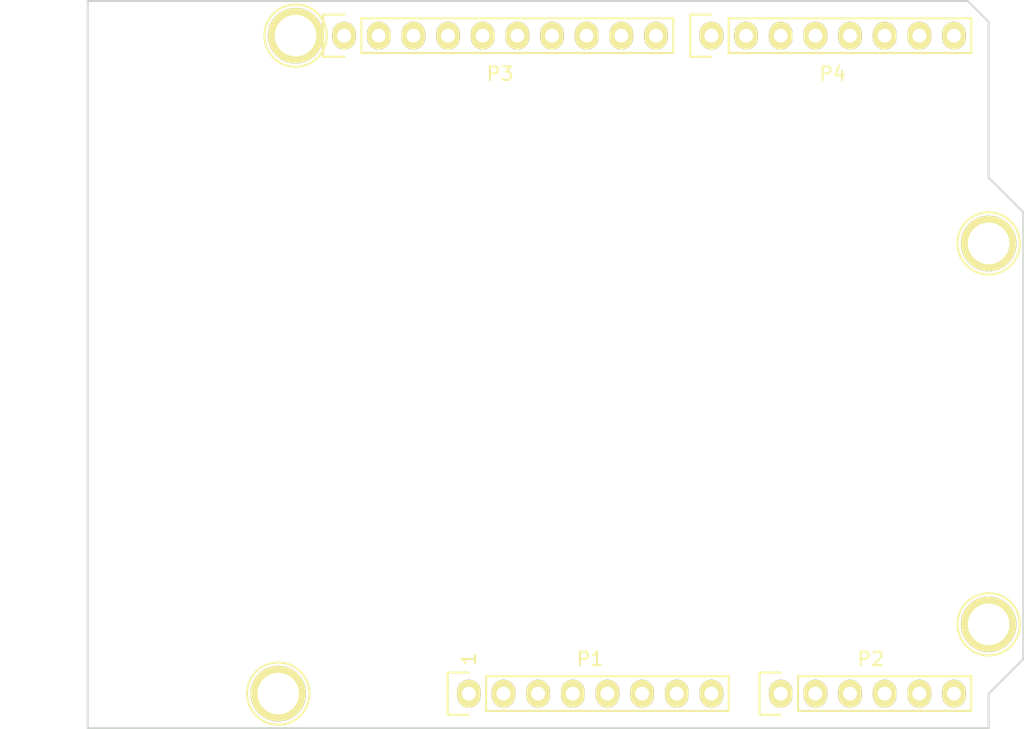
<source format=kicad_pcb>
(kicad_pcb (version 20221018) (generator pcbnew)
  (title_block (date "lun. 30 mars 2015"))
  (layers (0 "F.Cu" signal) (31 "B.Cu" signal) (34 "B.Paste" user) (35 "F.Paste" user) (36 "B.SilkS" user "B.Silkscreen") (37 "F.SilkS" user "F.Silkscreen") (38 "B.Mask" user) (39 "F.Mask" user) (44 "Edge.Cuts" user))
  (net 0 "")
  (net 1 "/IOREF")
  (net 2 "/Reset")
  (net 3 "+5V")
  (net 4 "GND")
  (net 5 "/Vin")
  (net 6 "/A0")
  (net 7 "/A1")
  (net 8 "/A2")
  (net 9 "/A3")
  (net 10 "/AREF")
  (net 11 "/A4(SDA)")
  (net 12 "/A5(SCL)")
  (net 13 "/9(**)")
  (net 14 "/8")
  (net 15 "/7")
  (net 16 "/6(**)")
  (net 17 "/5(**)")
  (net 18 "/4")
  (net 19 "/3(**)")
  (net 20 "/2")
  (net 21 "/1(Tx)")
  (net 22 "/0(Rx)")
  (net 23 "Net-(P5-Pad1)")
  (net 24 "Net-(P6-Pad1)")
  (net 25 "Net-(P7-Pad1)")
  (net 26 "Net-(P8-Pad1)")
  (net 27 "/13(SCK)")
  (net 28 "/10(**/SS)")
  (net 29 "Net-(P1-Pad1)")
  (net 30 "+3V3")
  (net 31 "/12(MISO)")
  (net 32 "/11(**/MOSI)")
  (footprint "Socket_Arduino_Uno:Socket_Strip_Arduino_1x08" (layer "F.Cu") (at 138.938 123.825)
    (fp_text reference "P1" (at 8.89 -2.54) (layer "F.SilkS"))
    (fp_text value "Power")
    (fp_line (start -1.55 -1.55) (end -1.55 1.55) (stroke (width 0.15)) (layer "F.SilkS"))
    (fp_line (start -1.55 1.55) (end 0 1.55) (stroke (width 0.15)) (layer "F.SilkS"))
    (fp_line (start 0 -1.55) (end -1.55 -1.55) (stroke (width 0.15)) (layer "F.SilkS"))
    (fp_line (start 1.27 1.27) (end 1.27 -1.27) (stroke (width 0.15)) (layer "F.SilkS"))
    (fp_line (start 1.27 1.27) (end 19.05 1.27) (stroke (width 0.15)) (layer "F.SilkS"))
    (fp_line (start 19.05 -1.27) (end 1.27 -1.27) (stroke (width 0.15)) (layer "F.SilkS"))
    (fp_line (start 19.05 1.27) (end 19.05 -1.27) (stroke (width 0.15)) (layer "F.SilkS"))
    (pad "1" thru_hole oval locked (at 0 0) (size 1.7272 2.032) (drill 1.016) (layers "*.Cu" "*.Mask" "F.SilkS") (net 29 "Net-(P1-Pad1)"))
    (pad "2" thru_hole oval locked (at 2.54 0) (size 1.7272 2.032) (drill 1.016) (layers "*.Cu" "*.Mask" "F.SilkS") (net 1 "/IOREF"))
    (pad "3" thru_hole oval locked (at 5.08 0) (size 1.7272 2.032) (drill 1.016) (layers "*.Cu" "*.Mask" "F.SilkS") (net 2 "/Reset"))
    (pad "4" thru_hole oval locked (at 7.62 0) (size 1.7272 2.032) (drill 1.016) (layers "*.Cu" "*.Mask" "F.SilkS") (net 30 "+3V3"))
    (pad "5" thru_hole oval locked (at 10.16 0) (size 1.7272 2.032) (drill 1.016) (layers "*.Cu" "*.Mask" "F.SilkS") (net 3 "+5V"))
    (pad "6" thru_hole oval locked (at 12.7 0) (size 1.7272 2.032) (drill 1.016) (layers "*.Cu" "*.Mask" "F.SilkS") (net 4 "GND"))
    (pad "7" thru_hole oval locked (at 15.24 0) (size 1.7272 2.032) (drill 1.016) (layers "*.Cu" "*.Mask" "F.SilkS") (net 4 "GND"))
    (pad "8" thru_hole oval locked (at 17.78 0) (size 1.7272 2.032) (drill 1.016) (layers "*.Cu" "*.Mask" "F.SilkS") (net 5 "/Vin"))
  )
  (footprint "Socket_Arduino_Uno:Socket_Strip_Arduino_1x06" (layer "F.Cu") (at 161.798 123.825)
    (fp_text reference "P2" (at 6.604 -2.54) (layer "F.SilkS"))
    (fp_text value "Analog")
    (fp_line (start -1.55 -1.55) (end -1.55 1.55) (stroke (width 0.15)) (layer "F.SilkS"))
    (fp_line (start -1.55 1.55) (end 0 1.55) (stroke (width 0.15)) (layer "F.SilkS"))
    (fp_line (start 0 -1.55) (end -1.55 -1.55) (stroke (width 0.15)) (layer "F.SilkS"))
    (fp_line (start 1.27 1.27) (end 1.27 -1.27) (stroke (width 0.15)) (layer "F.SilkS"))
    (fp_line (start 1.27 1.27) (end 13.97 1.27) (stroke (width 0.15)) (layer "F.SilkS"))
    (fp_line (start 13.97 -1.27) (end 1.27 -1.27) (stroke (width 0.15)) (layer "F.SilkS"))
    (fp_line (start 13.97 1.27) (end 13.97 -1.27) (stroke (width 0.15)) (layer "F.SilkS"))
    (pad "1" thru_hole oval locked (at 0 0) (size 1.7272 2.032) (drill 1.016) (layers "*.Cu" "*.Mask" "F.SilkS") (net 6 "/A0"))
    (pad "2" thru_hole oval locked (at 2.54 0) (size 1.7272 2.032) (drill 1.016) (layers "*.Cu" "*.Mask" "F.SilkS") (net 7 "/A1"))
    (pad "3" thru_hole oval locked (at 5.08 0) (size 1.7272 2.032) (drill 1.016) (layers "*.Cu" "*.Mask" "F.SilkS") (net 8 "/A2"))
    (pad "4" thru_hole oval locked (at 7.62 0) (size 1.7272 2.032) (drill 1.016) (layers "*.Cu" "*.Mask" "F.SilkS") (net 9 "/A3"))
    (pad "5" thru_hole oval locked (at 10.16 0) (size 1.7272 2.032) (drill 1.016) (layers "*.Cu" "*.Mask" "F.SilkS") (net 11 "/A4(SDA)"))
    (pad "6" thru_hole oval locked (at 12.7 0) (size 1.7272 2.032) (drill 1.016) (layers "*.Cu" "*.Mask" "F.SilkS") (net 12 "/A5(SCL)"))
  )
  (footprint "Socket_Arduino_Uno:Socket_Strip_Arduino_1x10" (layer "F.Cu") (at 129.794 75.565)
    (fp_text reference "P3" (at 11.43 2.794) (layer "F.SilkS"))
    (fp_text value "Digital")
    (fp_line (start -1.55 -1.55) (end -1.55 1.55) (stroke (width 0.15)) (layer "F.SilkS"))
    (fp_line (start -1.55 1.55) (end 0 1.55) (stroke (width 0.15)) (layer "F.SilkS"))
    (fp_line (start 0 -1.55) (end -1.55 -1.55) (stroke (width 0.15)) (layer "F.SilkS"))
    (fp_line (start 1.27 1.27) (end 1.27 -1.27) (stroke (width 0.15)) (layer "F.SilkS"))
    (fp_line (start 1.27 1.27) (end 24.13 1.27) (stroke (width 0.15)) (layer "F.SilkS"))
    (fp_line (start 24.13 -1.27) (end 1.27 -1.27) (stroke (width 0.15)) (layer "F.SilkS"))
    (fp_line (start 24.13 1.27) (end 24.13 -1.27) (stroke (width 0.15)) (layer "F.SilkS"))
    (pad "1" thru_hole oval locked (at 0 0) (size 1.7272 2.032) (drill 1.016) (layers "*.Cu" "*.Mask" "F.SilkS") (net 12 "/A5(SCL)"))
    (pad "2" thru_hole oval locked (at 2.54 0) (size 1.7272 2.032) (drill 1.016) (layers "*.Cu" "*.Mask" "F.SilkS") (net 11 "/A4(SDA)"))
    (pad "3" thru_hole oval locked (at 5.08 0) (size 1.7272 2.032) (drill 1.016) (layers "*.Cu" "*.Mask" "F.SilkS") (net 10 "/AREF"))
    (pad "4" thru_hole oval locked (at 7.62 0) (size 1.7272 2.032) (drill 1.016) (layers "*.Cu" "*.Mask" "F.SilkS") (net 4 "GND"))
    (pad "5" thru_hole oval locked (at 10.16 0) (size 1.7272 2.032) (drill 1.016) (layers "*.Cu" "*.Mask" "F.SilkS") (net 27 "/13(SCK)"))
    (pad "6" thru_hole oval locked (at 12.7 0) (size 1.7272 2.032) (drill 1.016) (layers "*.Cu" "*.Mask" "F.SilkS") (net 31 "/12(MISO)"))
    (pad "7" thru_hole oval locked (at 15.24 0) (size 1.7272 2.032) (drill 1.016) (layers "*.Cu" "*.Mask" "F.SilkS") (net 32 "/11(**/MOSI)"))
    (pad "8" thru_hole oval locked (at 17.78 0) (size 1.7272 2.032) (drill 1.016) (layers "*.Cu" "*.Mask" "F.SilkS") (net 28 "/10(**/SS)"))
    (pad "9" thru_hole oval locked (at 20.32 0) (size 1.7272 2.032) (drill 1.016) (layers "*.Cu" "*.Mask" "F.SilkS") (net 13 "/9(**)"))
    (pad "10" thru_hole oval locked (at 22.86 0) (size 1.7272 2.032) (drill 1.016) (layers "*.Cu" "*.Mask" "F.SilkS") (net 14 "/8"))
  )
  (footprint "Socket_Arduino_Uno:Socket_Strip_Arduino_1x08" (layer "F.Cu") (at 156.718 75.565)
    (fp_text reference "P4" (at 8.89 2.794) (layer "F.SilkS"))
    (fp_text value "Digital")
    (fp_line (start -1.55 -1.55) (end -1.55 1.55) (stroke (width 0.15)) (layer "F.SilkS"))
    (fp_line (start -1.55 1.55) (end 0 1.55) (stroke (width 0.15)) (layer "F.SilkS"))
    (fp_line (start 0 -1.55) (end -1.55 -1.55) (stroke (width 0.15)) (layer "F.SilkS"))
    (fp_line (start 1.27 1.27) (end 1.27 -1.27) (stroke (width 0.15)) (layer "F.SilkS"))
    (fp_line (start 1.27 1.27) (end 19.05 1.27) (stroke (width 0.15)) (layer "F.SilkS"))
    (fp_line (start 19.05 -1.27) (end 1.27 -1.27) (stroke (width 0.15)) (layer "F.SilkS"))
    (fp_line (start 19.05 1.27) (end 19.05 -1.27) (stroke (width 0.15)) (layer "F.SilkS"))
    (pad "1" thru_hole oval locked (at 0 0) (size 1.7272 2.032) (drill 1.016) (layers "*.Cu" "*.Mask" "F.SilkS") (net 15 "/7"))
    (pad "2" thru_hole oval locked (at 2.54 0) (size 1.7272 2.032) (drill 1.016) (layers "*.Cu" "*.Mask" "F.SilkS") (net 16 "/6(**)"))
    (pad "3" thru_hole oval locked (at 5.08 0) (size 1.7272 2.032) (drill 1.016) (layers "*.Cu" "*.Mask" "F.SilkS") (net 17 "/5(**)"))
    (pad "4" thru_hole oval locked (at 7.62 0) (size 1.7272 2.032) (drill 1.016) (layers "*.Cu" "*.Mask" "F.SilkS") (net 18 "/4"))
    (pad "5" thru_hole oval locked (at 10.16 0) (size 1.7272 2.032) (drill 1.016) (layers "*.Cu" "*.Mask" "F.SilkS") (net 19 "/3(**)"))
    (pad "6" thru_hole oval locked (at 12.7 0) (size 1.7272 2.032) (drill 1.016) (layers "*.Cu" "*.Mask" "F.SilkS") (net 20 "/2"))
    (pad "7" thru_hole oval locked (at 15.24 0) (size 1.7272 2.032) (drill 1.016) (layers "*.Cu" "*.Mask" "F.SilkS") (net 21 "/1(Tx)"))
    (pad "8" thru_hole oval locked (at 17.78 0) (size 1.7272 2.032) (drill 1.016) (layers "*.Cu" "*.Mask" "F.SilkS") (net 22 "/0(Rx)"))
  )
  (footprint "Socket_Arduino_Uno:Arduino_1pin" (layer "F.Cu") (at 124.968 123.825)
    (fp_text reference "P5" hide)
    (fp_text value "CONN_01X01" hide)
    (fp_circle (center 0 0) (end 0 -2.286) (stroke (width 0.15)) (fill none) (layer "F.SilkS"))
    (pad "1" thru_hole circle locked (at 0 0) (size 4.064 4.064) (drill 3.048) (layers "*.Cu" "*.Mask" "F.SilkS") (net 23 "Net-(P5-Pad1)"))
  )
  (footprint "Socket_Arduino_Uno:Arduino_1pin" (layer "F.Cu") (at 177.038 118.745)
    (fp_text reference "P6" hide)
    (fp_text value "CONN_01X01" hide)
    (fp_circle (center 0 0) (end 0 -2.286) (stroke (width 0.15)) (fill none) (layer "F.SilkS"))
    (pad "1" thru_hole circle locked (at 0 0) (size 4.064 4.064) (drill 3.048) (layers "*.Cu" "*.Mask" "F.SilkS") (net 24 "Net-(P6-Pad1)"))
  )
  (footprint "Socket_Arduino_Uno:Arduino_1pin" (layer "F.Cu") (at 126.238 75.565)
    (fp_text reference "P7" hide)
    (fp_text value "CONN_01X01" hide)
    (fp_circle (center 0 0) (end 0 -2.286) (stroke (width 0.15)) (fill none) (layer "F.SilkS"))
    (pad "1" thru_hole circle locked (at 0 0) (size 4.064 4.064) (drill 3.048) (layers "*.Cu" "*.Mask" "F.SilkS") (net 25 "Net-(P7-Pad1)"))
  )
  (footprint "Socket_Arduino_Uno:Arduino_1pin" (layer "F.Cu") (at 177.038 90.805)
    (fp_text reference "P8" hide)
    (fp_text value "CONN_01X01" hide)
    (fp_circle (center 0 0) (end 0 -2.286) (stroke (width 0.15)) (fill none) (layer "F.SilkS"))
    (pad "1" thru_hole circle locked (at 0 0) (size 4.064 4.064) (drill 3.048) (layers "*.Cu" "*.Mask" "F.SilkS") (net 26 "Net-(P8-Pad1)"))
  )
  (gr_line (start 177.038 123.825) (end 179.578 121.285) (stroke (width 0.15)) (layer "Edge.Cuts"))
  (gr_line (start 177.038 74.549) (end 175.514 73.025) (stroke (width 0.15)) (layer "Edge.Cuts"))
  (gr_line (start 175.514 73.025) (end 110.998 73.025) (stroke (width 0.15)) (layer "Edge.Cuts"))
  (gr_line (start 177.038 126.365) (end 177.038 123.825) (stroke (width 0.15)) (layer "Edge.Cuts"))
  (gr_line (start 110.998 126.365) (end 177.038 126.365) (stroke (width 0.15)) (layer "Edge.Cuts"))
  (gr_line (start 110.998 73.025) (end 110.998 126.365) (stroke (width 0.15)) (layer "Edge.Cuts"))
  (gr_line (start 177.038 85.979) (end 177.038 74.549) (stroke (width 0.15)) (layer "Edge.Cuts"))
  (gr_line (start 179.578 121.285) (end 179.578 88.519) (stroke (width 0.15)) (layer "Edge.Cuts"))
  (gr_line (start 179.578 88.519) (end 177.038 85.979) (stroke (width 0.15)) (layer "Edge.Cuts"))
  (gr_text "1" (at 138.938 121.285 90) (layer "F.SilkS") (effects (font (size 1 1))))
)
</source>
